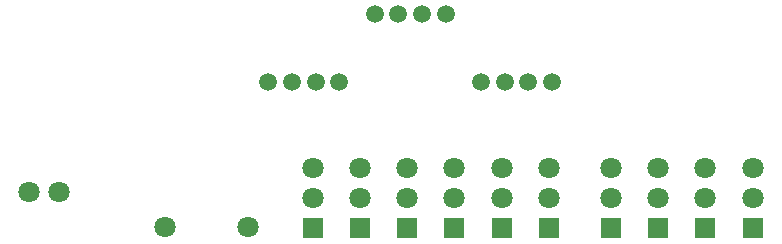
<source format=gbs>
G04 Layer: BottomSolderMaskLayer*
G04 EasyEDA v6.5.40, 2024-05-01 13:46:42*
G04 7703e67730494ffebf129c6139567d94,10*
G04 Gerber Generator version 0.2*
G04 Scale: 100 percent, Rotated: No, Reflected: No *
G04 Dimensions in millimeters *
G04 leading zeros omitted , absolute positions ,4 integer and 5 decimal *
%FSLAX45Y45*%
%MOMM*%

%ADD10C,1.5000*%
%ADD11C,1.8016*%
%ADD12R,1.8016X1.8016*%
%ADD13C,1.8000*%

%LPD*%
D10*
G01*
X4299965Y-5074920D03*
G01*
X4499965Y-5074920D03*
G01*
X4699965Y-5074920D03*
G01*
X4899964Y-5074920D03*
D11*
G01*
X2875000Y-5796000D03*
G01*
X2875000Y-6050000D03*
D12*
G01*
X2875000Y-6304000D03*
D11*
G01*
X3274999Y-5796000D03*
G01*
X3274999Y-6050000D03*
D12*
G01*
X3274999Y-6304000D03*
D11*
G01*
X4474997Y-5796000D03*
G01*
X4474997Y-6050000D03*
D12*
G01*
X4474997Y-6304000D03*
D11*
G01*
X4874996Y-5796000D03*
G01*
X4874996Y-6050000D03*
D12*
G01*
X4874996Y-6304000D03*
D11*
G01*
X3674999Y-5796000D03*
G01*
X3674999Y-6050000D03*
D12*
G01*
X3674999Y-6304000D03*
D11*
G01*
X4074998Y-5796000D03*
G01*
X4074998Y-6050000D03*
D12*
G01*
X4074998Y-6304000D03*
D11*
G01*
X1626996Y-6299987D03*
D10*
G01*
X3399993Y-4499990D03*
G01*
X3599992Y-4499990D03*
G01*
X3799992Y-4499990D03*
G01*
X3999991Y-4499990D03*
D13*
G01*
X724992Y-5999987D03*
G01*
X474979Y-5999987D03*
D10*
G01*
X2499995Y-5074996D03*
G01*
X2699994Y-5074996D03*
G01*
X2899994Y-5074996D03*
G01*
X3099993Y-5074996D03*
D11*
G01*
X2326995Y-6299987D03*
G01*
X5399989Y-5796000D03*
G01*
X5399989Y-6050000D03*
D12*
G01*
X5399989Y-6304000D03*
D11*
G01*
X5799988Y-5796000D03*
G01*
X5799988Y-6050000D03*
D12*
G01*
X5799988Y-6304000D03*
D11*
G01*
X6199987Y-5796000D03*
G01*
X6199987Y-6050000D03*
D12*
G01*
X6199987Y-6304000D03*
D11*
G01*
X6599986Y-5796000D03*
G01*
X6599986Y-6050000D03*
D12*
G01*
X6599986Y-6304000D03*
M02*

</source>
